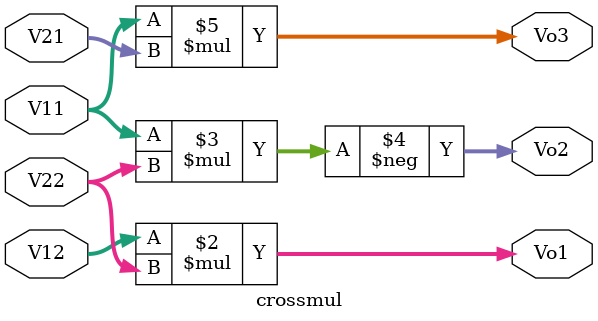
<source format=sv>
module crossmul(input logic signed [7:0] V11,
                input logic signed [7:0] V12,
                input logic signed [7:0] V21,
                input logic signed [7:0] V22,
                output logic signed [15:0] Vo1,
                output logic signed [15:0] Vo2,
                output logic signed [15:0] Vo3);
  always_comb
    begin
      Vo1 = V12*V22;
      Vo2 = -(V11*V22);
      Vo3 = V11*V21;
    end
  
endmodule

</source>
